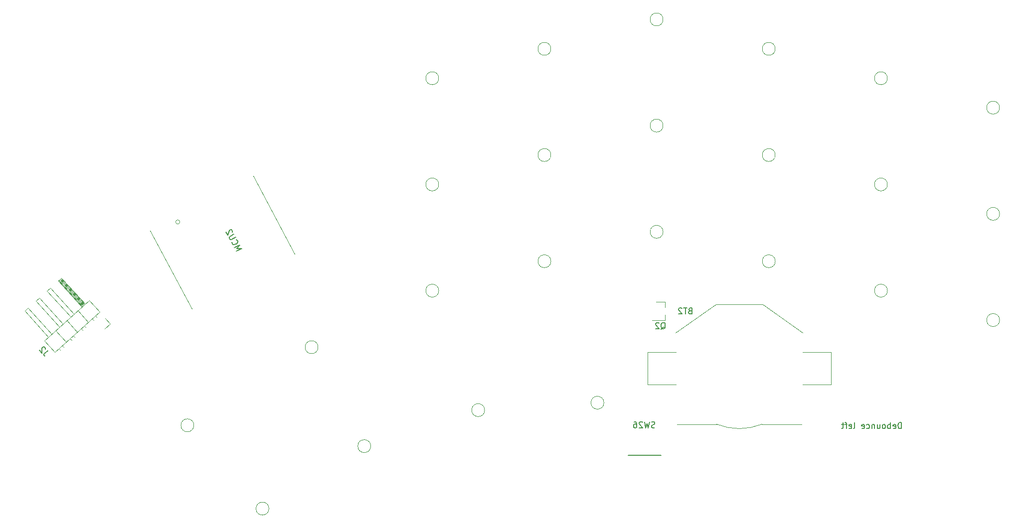
<source format=gbo>
G04 #@! TF.GenerationSoftware,KiCad,Pcbnew,(5.1.6)-1*
G04 #@! TF.CreationDate,2020-10-07T13:29:02+02:00*
G04 #@! TF.ProjectId,Mathias_ergo,4d617468-6961-4735-9f65-72676f2e6b69,rev?*
G04 #@! TF.SameCoordinates,Original*
G04 #@! TF.FileFunction,Legend,Bot*
G04 #@! TF.FilePolarity,Positive*
%FSLAX46Y46*%
G04 Gerber Fmt 4.6, Leading zero omitted, Abs format (unit mm)*
G04 Created by KiCad (PCBNEW (5.1.6)-1) date 2020-10-07 13:29:02*
%MOMM*%
%LPD*%
G01*
G04 APERTURE LIST*
%ADD10C,0.150000*%
%ADD11C,0.120000*%
G04 APERTURE END LIST*
D10*
X205620000Y-142522380D02*
X205620000Y-141522380D01*
X205381904Y-141522380D01*
X205239047Y-141570000D01*
X205143809Y-141665238D01*
X205096190Y-141760476D01*
X205048571Y-141950952D01*
X205048571Y-142093809D01*
X205096190Y-142284285D01*
X205143809Y-142379523D01*
X205239047Y-142474761D01*
X205381904Y-142522380D01*
X205620000Y-142522380D01*
X204239047Y-142474761D02*
X204334285Y-142522380D01*
X204524761Y-142522380D01*
X204620000Y-142474761D01*
X204667619Y-142379523D01*
X204667619Y-141998571D01*
X204620000Y-141903333D01*
X204524761Y-141855714D01*
X204334285Y-141855714D01*
X204239047Y-141903333D01*
X204191428Y-141998571D01*
X204191428Y-142093809D01*
X204667619Y-142189047D01*
X203762857Y-142522380D02*
X203762857Y-141522380D01*
X203762857Y-141903333D02*
X203667619Y-141855714D01*
X203477142Y-141855714D01*
X203381904Y-141903333D01*
X203334285Y-141950952D01*
X203286666Y-142046190D01*
X203286666Y-142331904D01*
X203334285Y-142427142D01*
X203381904Y-142474761D01*
X203477142Y-142522380D01*
X203667619Y-142522380D01*
X203762857Y-142474761D01*
X202715238Y-142522380D02*
X202810476Y-142474761D01*
X202858095Y-142427142D01*
X202905714Y-142331904D01*
X202905714Y-142046190D01*
X202858095Y-141950952D01*
X202810476Y-141903333D01*
X202715238Y-141855714D01*
X202572380Y-141855714D01*
X202477142Y-141903333D01*
X202429523Y-141950952D01*
X202381904Y-142046190D01*
X202381904Y-142331904D01*
X202429523Y-142427142D01*
X202477142Y-142474761D01*
X202572380Y-142522380D01*
X202715238Y-142522380D01*
X201524761Y-141855714D02*
X201524761Y-142522380D01*
X201953333Y-141855714D02*
X201953333Y-142379523D01*
X201905714Y-142474761D01*
X201810476Y-142522380D01*
X201667619Y-142522380D01*
X201572380Y-142474761D01*
X201524761Y-142427142D01*
X201048571Y-141855714D02*
X201048571Y-142522380D01*
X201048571Y-141950952D02*
X201000952Y-141903333D01*
X200905714Y-141855714D01*
X200762857Y-141855714D01*
X200667619Y-141903333D01*
X200620000Y-141998571D01*
X200620000Y-142522380D01*
X199715238Y-142474761D02*
X199810476Y-142522380D01*
X200000952Y-142522380D01*
X200096190Y-142474761D01*
X200143809Y-142427142D01*
X200191428Y-142331904D01*
X200191428Y-142046190D01*
X200143809Y-141950952D01*
X200096190Y-141903333D01*
X200000952Y-141855714D01*
X199810476Y-141855714D01*
X199715238Y-141903333D01*
X198905714Y-142474761D02*
X199000952Y-142522380D01*
X199191428Y-142522380D01*
X199286666Y-142474761D01*
X199334285Y-142379523D01*
X199334285Y-141998571D01*
X199286666Y-141903333D01*
X199191428Y-141855714D01*
X199000952Y-141855714D01*
X198905714Y-141903333D01*
X198858095Y-141998571D01*
X198858095Y-142093809D01*
X199334285Y-142189047D01*
X197524761Y-142522380D02*
X197620000Y-142474761D01*
X197667619Y-142379523D01*
X197667619Y-141522380D01*
X196762857Y-142474761D02*
X196858095Y-142522380D01*
X197048571Y-142522380D01*
X197143809Y-142474761D01*
X197191428Y-142379523D01*
X197191428Y-141998571D01*
X197143809Y-141903333D01*
X197048571Y-141855714D01*
X196858095Y-141855714D01*
X196762857Y-141903333D01*
X196715238Y-141998571D01*
X196715238Y-142093809D01*
X197191428Y-142189047D01*
X196429523Y-141855714D02*
X196048571Y-141855714D01*
X196286666Y-142522380D02*
X196286666Y-141665238D01*
X196239047Y-141570000D01*
X196143809Y-141522380D01*
X196048571Y-141522380D01*
X195858095Y-141855714D02*
X195477142Y-141855714D01*
X195715238Y-141522380D02*
X195715238Y-142379523D01*
X195667619Y-142474761D01*
X195572380Y-142522380D01*
X195477142Y-142522380D01*
D11*
X165163221Y-91034158D02*
G75*
G03*
X165163221Y-91034158I-1100000J0D01*
G01*
X71252781Y-124754834D02*
X70402985Y-123811040D01*
X70308987Y-125604630D02*
X71252781Y-124754834D01*
X62816177Y-129238834D02*
X62550484Y-128943752D01*
X63380967Y-128730294D02*
X63115274Y-128435213D01*
X56755813Y-122508118D02*
X60770597Y-126966987D01*
X57320603Y-121999579D02*
X56755813Y-122508118D01*
X61335387Y-126458448D02*
X57320603Y-121999579D01*
X63776673Y-127839687D02*
X61996786Y-125862922D01*
X64703765Y-127539242D02*
X64438072Y-127244161D01*
X65268555Y-127030703D02*
X65002862Y-126735621D01*
X58643401Y-120808526D02*
X62658185Y-125267395D01*
X59208191Y-120299987D02*
X58643401Y-120808526D01*
X63222975Y-124758856D02*
X59208191Y-120299987D01*
X65664261Y-126140095D02*
X63884374Y-124163330D01*
X66591352Y-125839650D02*
X66325660Y-125544569D01*
X67156142Y-125331111D02*
X66890450Y-125036030D01*
X60530989Y-119108935D02*
X64545773Y-123567804D01*
X61095779Y-118600395D02*
X60530989Y-119108935D01*
X65110563Y-123059264D02*
X61095779Y-118600395D01*
X67551849Y-124440503D02*
X65771962Y-122463738D01*
X68434061Y-124090215D02*
X68213248Y-123844977D01*
X68998851Y-123581676D02*
X68778038Y-123336438D01*
X66507675Y-121801299D02*
X62492891Y-117342430D01*
X66596852Y-121721003D02*
X62582069Y-117262134D01*
X66686030Y-121640707D02*
X62671246Y-117181838D01*
X66775207Y-121560412D02*
X62760423Y-117101543D01*
X66864384Y-121480116D02*
X62849601Y-117021247D01*
X66953562Y-121399820D02*
X62938778Y-116940951D01*
X62418577Y-117409343D02*
X66433360Y-121868212D01*
X62983367Y-116900804D02*
X62418577Y-117409343D01*
X66998151Y-121359673D02*
X62983367Y-116900804D01*
X67704138Y-120723999D02*
X69484026Y-122700764D01*
X60064609Y-127602661D02*
X67704138Y-120723999D01*
X61844497Y-129579426D02*
X60064609Y-127602661D01*
X69484026Y-122700764D02*
X61844497Y-129579426D01*
X95560016Y-99590200D02*
X102602089Y-112834414D01*
X78067058Y-108891371D02*
X85109132Y-122135584D01*
X83093511Y-107419639D02*
G75*
G03*
X83093511Y-107419639I-349999J0D01*
G01*
X85477253Y-141976260D02*
G75*
G03*
X85477253Y-141976260I-1100000J0D01*
G01*
X167313221Y-126234158D02*
X174163221Y-121434158D01*
X174163221Y-121434158D02*
X182063221Y-121434158D01*
X182063221Y-121434158D02*
X188863221Y-126234158D01*
X167563221Y-141784158D02*
X174263221Y-141784158D01*
X188663221Y-141784158D02*
X181963221Y-141784158D01*
X167363221Y-135034158D02*
X162563221Y-135034158D01*
X162563221Y-135034158D02*
X162563221Y-129534158D01*
X162563221Y-129534158D02*
X167363221Y-129534158D01*
X188863221Y-129534158D02*
X193663221Y-129534158D01*
X193663221Y-129534158D02*
X193663221Y-135034158D01*
X193663221Y-135034158D02*
X188863221Y-135034158D01*
X174266836Y-141785622D02*
G75*
G03*
X181963221Y-141784158I3846385J9501464D01*
G01*
X165470000Y-120990000D02*
X164010000Y-120990000D01*
X165470000Y-124150000D02*
X163310000Y-124150000D01*
X165470000Y-124150000D02*
X165470000Y-123220000D01*
X165470000Y-120990000D02*
X165470000Y-121920000D01*
X155113221Y-138134158D02*
G75*
G03*
X155113221Y-138134158I-1100000J0D01*
G01*
X106571438Y-128693703D02*
G75*
G03*
X106571438Y-128693703I-1100000J0D01*
G01*
X115514872Y-145513855D02*
G75*
G03*
X115514872Y-145513855I-1100000J0D01*
G01*
D10*
X159252000Y-147032500D02*
X164852000Y-147032500D01*
D11*
X203263221Y-82984158D02*
G75*
G03*
X203263221Y-82984158I-1100000J0D01*
G01*
X203263221Y-119084158D02*
G75*
G03*
X203263221Y-119084158I-1100000J0D01*
G01*
X146113221Y-114084158D02*
G75*
G03*
X146113221Y-114084158I-1100000J0D01*
G01*
X127063221Y-119084158D02*
G75*
G03*
X127063221Y-119084158I-1100000J0D01*
G01*
X165163221Y-72984158D02*
G75*
G03*
X165163221Y-72984158I-1100000J0D01*
G01*
X184213221Y-114084158D02*
G75*
G03*
X184213221Y-114084158I-1100000J0D01*
G01*
X146113221Y-96034158D02*
G75*
G03*
X146113221Y-96034158I-1100000J0D01*
G01*
X146113221Y-77984158D02*
G75*
G03*
X146113221Y-77984158I-1100000J0D01*
G01*
X98224191Y-156133169D02*
G75*
G03*
X98224191Y-156133169I-1100000J0D01*
G01*
X222313221Y-87984158D02*
G75*
G03*
X222313221Y-87984158I-1100000J0D01*
G01*
X203263221Y-101034158D02*
G75*
G03*
X203263221Y-101034158I-1100000J0D01*
G01*
X184213221Y-96034158D02*
G75*
G03*
X184213221Y-96034158I-1100000J0D01*
G01*
X184213221Y-77984158D02*
G75*
G03*
X184213221Y-77984158I-1100000J0D01*
G01*
X165163221Y-109084158D02*
G75*
G03*
X165163221Y-109084158I-1100000J0D01*
G01*
X127063221Y-101034158D02*
G75*
G03*
X127063221Y-101034158I-1100000J0D01*
G01*
X222313221Y-106034158D02*
G75*
G03*
X222313221Y-106034158I-1100000J0D01*
G01*
X134860990Y-139392973D02*
G75*
G03*
X134860990Y-139392973I-1100000J0D01*
G01*
X127063221Y-82984158D02*
G75*
G03*
X127063221Y-82984158I-1100000J0D01*
G01*
X222313221Y-124084158D02*
G75*
G03*
X222313221Y-124084158I-1100000J0D01*
G01*
D10*
X60650003Y-129291286D02*
X60119186Y-129769236D01*
X60044885Y-129900214D01*
X60037836Y-130034717D01*
X60098039Y-130172743D01*
X60161765Y-130243519D01*
X60292457Y-129036522D02*
X60295982Y-128969271D01*
X60267643Y-128866632D01*
X60108326Y-128689692D01*
X60009212Y-128650780D01*
X59941960Y-128647256D01*
X59839321Y-128675594D01*
X59768546Y-128739321D01*
X59694245Y-128870299D01*
X59651952Y-129677314D01*
X59237728Y-129217272D01*
X92691469Y-112376500D02*
X93574416Y-111907028D01*
X92787249Y-111948049D01*
X93261435Y-111318396D01*
X92378488Y-111787868D01*
X91970751Y-110818164D02*
X91951061Y-110882565D01*
X91976083Y-111031056D01*
X92020795Y-111115146D01*
X92129908Y-111218926D01*
X92258709Y-111258304D01*
X92365155Y-111255638D01*
X92555692Y-111208260D01*
X92681827Y-111141192D01*
X92827652Y-111009724D01*
X92889386Y-110922967D01*
X92928765Y-110794166D01*
X92903743Y-110645674D01*
X92859031Y-110561584D01*
X92749919Y-110457805D01*
X92685518Y-110438115D01*
X92568406Y-110014998D02*
X91853639Y-110395046D01*
X91747193Y-110397712D01*
X91682792Y-110378023D01*
X91596035Y-110316289D01*
X91506612Y-110148108D01*
X91503945Y-110041662D01*
X91523635Y-109977261D01*
X91585369Y-109890505D01*
X92300136Y-109510456D01*
X92014844Y-109176762D02*
X92034533Y-109112361D01*
X92031867Y-109005915D01*
X91920088Y-108795689D01*
X91833331Y-108733955D01*
X91768930Y-108714265D01*
X91662484Y-108716932D01*
X91578394Y-108761643D01*
X91474614Y-108870756D01*
X91238342Y-109643567D01*
X90947717Y-109096980D01*
X169748935Y-122512729D02*
X169606078Y-122560348D01*
X169558459Y-122607967D01*
X169510840Y-122703205D01*
X169510840Y-122846062D01*
X169558459Y-122941300D01*
X169606078Y-122988919D01*
X169701316Y-123036538D01*
X170082268Y-123036538D01*
X170082268Y-122036538D01*
X169748935Y-122036538D01*
X169653697Y-122084158D01*
X169606078Y-122131777D01*
X169558459Y-122227015D01*
X169558459Y-122322253D01*
X169606078Y-122417491D01*
X169653697Y-122465110D01*
X169748935Y-122512729D01*
X170082268Y-122512729D01*
X169225125Y-122036538D02*
X168653697Y-122036538D01*
X168939411Y-123036538D02*
X168939411Y-122036538D01*
X168367982Y-122131777D02*
X168320363Y-122084158D01*
X168225125Y-122036538D01*
X167987030Y-122036538D01*
X167891792Y-122084158D01*
X167844173Y-122131777D01*
X167796554Y-122227015D01*
X167796554Y-122322253D01*
X167844173Y-122465110D01*
X168415601Y-123036538D01*
X167796554Y-123036538D01*
X164805238Y-125617619D02*
X164900476Y-125570000D01*
X164995714Y-125474761D01*
X165138571Y-125331904D01*
X165233809Y-125284285D01*
X165329047Y-125284285D01*
X165281428Y-125522380D02*
X165376666Y-125474761D01*
X165471904Y-125379523D01*
X165519523Y-125189047D01*
X165519523Y-124855714D01*
X165471904Y-124665238D01*
X165376666Y-124570000D01*
X165281428Y-124522380D01*
X165090952Y-124522380D01*
X164995714Y-124570000D01*
X164900476Y-124665238D01*
X164852857Y-124855714D01*
X164852857Y-125189047D01*
X164900476Y-125379523D01*
X164995714Y-125474761D01*
X165090952Y-125522380D01*
X165281428Y-125522380D01*
X164471904Y-124617619D02*
X164424285Y-124570000D01*
X164329047Y-124522380D01*
X164090952Y-124522380D01*
X163995714Y-124570000D01*
X163948095Y-124617619D01*
X163900476Y-124712857D01*
X163900476Y-124808095D01*
X163948095Y-124950952D01*
X164519523Y-125522380D01*
X163900476Y-125522380D01*
X163761523Y-142337261D02*
X163618666Y-142384880D01*
X163380571Y-142384880D01*
X163285333Y-142337261D01*
X163237714Y-142289642D01*
X163190095Y-142194404D01*
X163190095Y-142099166D01*
X163237714Y-142003928D01*
X163285333Y-141956309D01*
X163380571Y-141908690D01*
X163571047Y-141861071D01*
X163666285Y-141813452D01*
X163713904Y-141765833D01*
X163761523Y-141670595D01*
X163761523Y-141575357D01*
X163713904Y-141480119D01*
X163666285Y-141432500D01*
X163571047Y-141384880D01*
X163332952Y-141384880D01*
X163190095Y-141432500D01*
X162856761Y-141384880D02*
X162618666Y-142384880D01*
X162428190Y-141670595D01*
X162237714Y-142384880D01*
X161999619Y-141384880D01*
X161666285Y-141480119D02*
X161618666Y-141432500D01*
X161523428Y-141384880D01*
X161285333Y-141384880D01*
X161190095Y-141432500D01*
X161142476Y-141480119D01*
X161094857Y-141575357D01*
X161094857Y-141670595D01*
X161142476Y-141813452D01*
X161713904Y-142384880D01*
X161094857Y-142384880D01*
X160237714Y-141384880D02*
X160428190Y-141384880D01*
X160523428Y-141432500D01*
X160571047Y-141480119D01*
X160666285Y-141622976D01*
X160713904Y-141813452D01*
X160713904Y-142194404D01*
X160666285Y-142289642D01*
X160618666Y-142337261D01*
X160523428Y-142384880D01*
X160332952Y-142384880D01*
X160237714Y-142337261D01*
X160190095Y-142289642D01*
X160142476Y-142194404D01*
X160142476Y-141956309D01*
X160190095Y-141861071D01*
X160237714Y-141813452D01*
X160332952Y-141765833D01*
X160523428Y-141765833D01*
X160618666Y-141813452D01*
X160666285Y-141861071D01*
X160713904Y-141956309D01*
M02*

</source>
